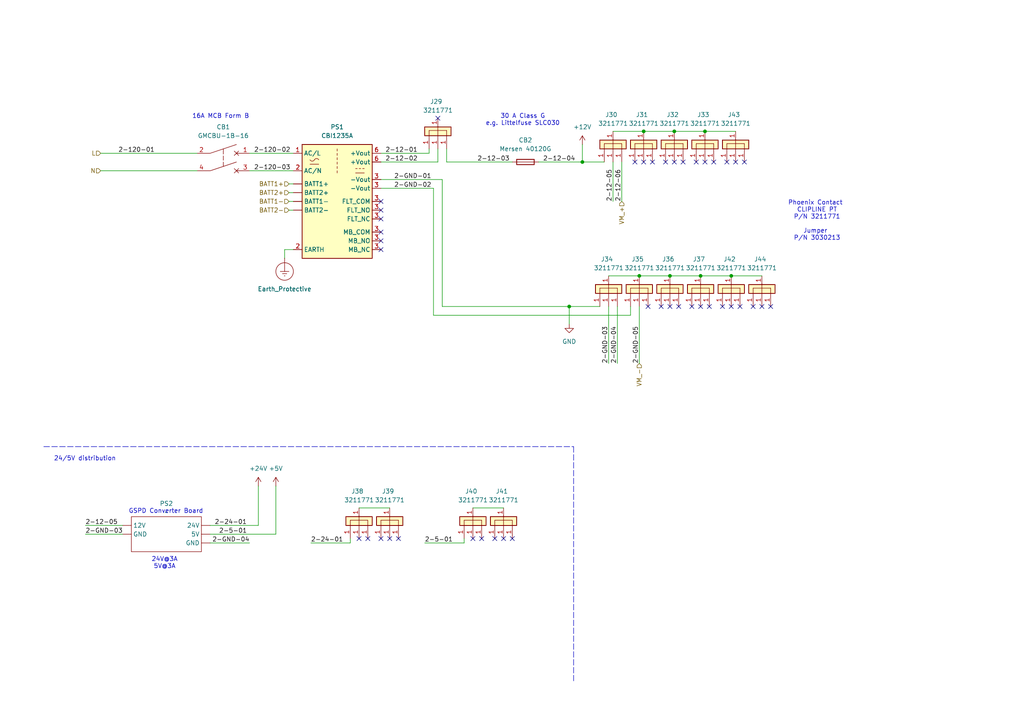
<source format=kicad_sch>
(kicad_sch (version 20231120) (generator "eeschema") (generator_version "8.0")
  (paper "A4")
  (lib_symbols
    (symbol "Device:CircuitBreaker_2P"
      (property "Reference" "CB" (at 3.81 0 0))
      (property "Value" "CircuitBreaker_2P" (at 3.81 2.54 0))
      (symbol "CircuitBreaker_2P_0_1"
        (polyline (pts (xy -3.81 0) (xy -2.286 0)))
        (polyline (pts (xy -2.54 -3.81) (xy -5.08 3.81)))
        (polyline (pts (xy -1.778 0) (xy -0.508 0)))
        (polyline (pts (xy 0 0) (xy 1.27 0)))
        (polyline (pts (xy 2.54 -5.08) (xy 2.54 -3.81)))
        (polyline (pts (xy 2.54 -3.81) (xy 0 3.81)))
      )
      (symbol "CircuitBreaker_2P_1_1"
        (polyline (pts (xy -3.175 4.445) (xy -1.905 3.175)))
        (polyline (pts (xy -2.54 -3.81) (xy -2.54 -5.08)))
        (polyline (pts (xy -2.54 5.08) (xy -2.54 3.81)))
        (polyline (pts (xy -1.905 4.445) (xy -3.175 3.175)))
        (polyline (pts (xy 1.905 4.445) (xy 3.175 3.175)))
        (polyline (pts (xy 2.54 5.08) (xy 2.54 3.81)))
        (polyline (pts (xy 3.175 4.445) (xy 1.905 3.175)))
        (pin passive line (at -2.54 7.62 270) (length 2.54) (name "~") (number "1"))
        (pin passive line (at -2.54 -7.62 90) (length 2.54) (name "~") (number "2"))
        (pin passive line (at 2.54 7.62 270) (length 2.54) (name "~") (number "3"))
        (pin passive line (at 2.54 -7.62 90) (length 2.54) (name "~") (number "4"))
      )
    )
    (symbol "Device:Fuse" (pin_numbers hide) (pin_names (offset 0))
      (property "Reference" "F" (at 2.032 0 90))
      (property "Value" "Fuse" (at -1.905 0 90))
      (symbol "Fuse_0_1"
        (rectangle (start -0.762 -2.54) (end 0.762 2.54) (stroke (width 0.254)))
        (polyline (pts (xy 0 2.54) (xy 0 -2.54)))
      )
      (symbol "Fuse_1_1"
        (pin passive line (at 0 3.81 270) (length 1.27) (name "~") (number "1"))
        (pin passive line (at 0 -3.81 90) (length 1.27) (name "~") (number "2"))
      )
    )
    (symbol "automedon:CBI12xA"
      (property "Reference" "PS1" (at 0 8.636 0))
      (property "Value" "CBI12xA" (at 0 6.096 0))
      (symbol "CBI12xA_0_1"
        (rectangle (start -10.16 5.08) (end 10.16 -27.94) (stroke (width 0.254)) (fill (type background)))
        (arc (start -7.874 0.635) (mid -7.239 0.2495) (end -6.604 0.635))
        (arc (start -5.334 0.635) (mid -5.969 1.0072) (end -6.604 0.635))
        (polyline (pts (xy -7.874 -0.635) (xy -5.334 -0.635)))
        (polyline (pts (xy 0 -2.54) (xy 0 -3.175)))
        (polyline (pts (xy 0 -1.27) (xy 0 -1.905)))
        (polyline (pts (xy 0 0) (xy 0 -0.635)))
        (polyline (pts (xy 0 1.27) (xy 0 0.635)))
        (polyline (pts (xy 0 2.54) (xy 0 1.905)))
        (polyline (pts (xy 0 3.81) (xy 0 3.175)))
        (polyline (pts (xy 5.334 -3.175) (xy 7.874 -3.175)))
        (polyline (pts (xy 5.334 -1.905) (xy 5.842 -1.905)))
        (polyline (pts (xy 6.35 -1.905) (xy 6.858 -1.905)))
        (polyline (pts (xy 7.366 -1.905) (xy 7.874 -1.905)))
      )
      (symbol "CBI12xA_1_1"
        (pin unspecified line (at -12.7 -6.35 0) (length 2.54) (name "BATT1+") (number ""))
        (pin unspecified line (at -12.7 -11.43 0) (length 2.54) (name "BATT1-") (number ""))
        (pin unspecified line (at -12.7 -8.89 0) (length 2.54) (name "BATT2+") (number ""))
        (pin unspecified line (at -12.7 -13.97 0) (length 2.54) (name "BATT2-") (number ""))
        (pin power_in line (at -12.7 2.54 0) (length 2.54) (name "AC/L") (number "1"))
        (pin power_in line (at -12.7 -2.54 0) (length 2.54) (name "AC/N") (number "2"))
        (pin unspecified line (at -12.7 -25.4 0) (length 2.54) (name "EARTH") (number "2"))
        (pin power_out line (at 12.7 -7.62 180) (length 2.54) (name "-Vout") (number "3"))
        (pin power_out line (at 12.7 -5.08 180) (length 2.54) (name "-Vout") (number "3"))
        (pin power_out line (at 12.7 -11.43 180) (length 2.54) (name "FLT_COM") (number "3"))
        (pin power_out line (at 12.7 -16.51 180) (length 2.54) (name "FLT_NC") (number "3"))
        (pin power_out line (at 12.7 -13.97 180) (length 2.54) (name "FLT_NO") (number "3"))
        (pin power_out line (at 12.7 -20.32 180) (length 2.54) (name "MB_COM") (number "3"))
        (pin power_out line (at 12.7 -25.4 180) (length 2.54) (name "MB_NC") (number "3"))
        (pin power_out line (at 12.7 -22.86 180) (length 2.54) (name "MB_NO") (number "3"))
        (pin power_out line (at 12.7 0 180) (length 2.54) (name "+Vout") (number "6"))
        (pin power_out line (at 12.7 2.54 180) (length 2.54) (name "+Vout") (number "6"))
      )
    )
    (symbol "automedon:CONN_TERM_3" (pin_names (offset 1.016) hide)
      (property "Reference" "J" (at 0 5.08 0))
      (property "Value" "CONN_TERM_3" (at -0.254 7.112 0))
      (symbol "CONN_TERM_3_0_1"
        (polyline (pts (xy -1.524 2.54) (xy -1.524 2.54)))
        (polyline (pts (xy -1.27 -2.54) (xy 0.254 -2.54)))
        (polyline (pts (xy -1.27 0) (xy 1.524 0)))
        (polyline (pts (xy -1.27 2.54) (xy 0.254 2.54)))
        (polyline (pts (xy 0.254 2.54) (xy 0.254 -2.54)))
      )
      (symbol "CONN_TERM_3_1_1"
        (rectangle (start -1.27 3.81) (end 1.27 -3.81) (stroke (width 0.254)) (fill (type background)))
        (pin input line (at 3.81 0 180) (length 2.54) (name "") (number "1"))
        (pin passive line (at -5.08 2.54 0) (length 3.81) (name "Pin_1") (number "1"))
        (pin passive line (at -5.08 0 0) (length 3.81) (name "Pin_2") (number "1"))
        (pin passive line (at -5.08 -2.54 0) (length 3.81) (name "Pin_3") (number "1"))
      )
    )
    (symbol "automedon:CONV_BOARD"
      (property "Reference" "PS" (at 0 0 0))
      (symbol "CONV_BOARD_0_1"
        (rectangle (start -10.16 -2.54) (end 10.16 -12.7))
      )
      (symbol "CONV_BOARD_1_1"
        (pin power_out line (at -12.7 -5.08 0) (length 2.54) (name "12V") (number ""))
        (pin power_out line (at 12.7 -5.08 180) (length 2.54) (name "24V") (number ""))
        (pin power_out line (at 12.7 -7.62 180) (length 2.54) (name "5V") (number ""))
        (pin power_out line (at -12.7 -7.62 0) (length 2.54) (name "GND") (number ""))
        (pin power_out line (at 12.7 -10.16 180) (length 2.54) (name "GND") (number ""))
      )
    )
    (symbol "power:+12V" (power) (pin_numbers hide) (pin_names (offset 0) hide)
      (property "Value" "+12V" (at 0 3.556 0))
      (symbol "+12V_0_1"
        (polyline (pts (xy -0.762 1.27) (xy 0 2.54)))
        (polyline (pts (xy 0 0) (xy 0 2.54)))
        (polyline (pts (xy 0 2.54) (xy 0.762 1.27)))
      )
      (symbol "+12V_1_1"
        (pin power_in line (at 0 0 90) (length 0) (name "~") (number "1"))
      )
    )
    (symbol "power:+24V" (power) (pin_numbers hide) (pin_names (offset 0) hide)
      (property "Value" "+24V" (at 0 3.556 0))
      (symbol "+24V_0_1"
        (polyline (pts (xy -0.762 1.27) (xy 0 2.54)))
        (polyline (pts (xy 0 0) (xy 0 2.54)))
        (polyline (pts (xy 0 2.54) (xy 0.762 1.27)))
      )
      (symbol "+24V_1_1"
        (pin power_in line (at 0 0 90) (length 0) (name "~") (number "1"))
      )
    )
    (symbol "power:+5V" (power) (pin_numbers hide) (pin_names (offset 0) hide)
      (property "Value" "+5V" (at 0 3.556 0))
      (symbol "+5V_0_1"
        (polyline (pts (xy -0.762 1.27) (xy 0 2.54)))
        (polyline (pts (xy 0 0) (xy 0 2.54)))
        (polyline (pts (xy 0 2.54) (xy 0.762 1.27)))
      )
      (symbol "+5V_1_1"
        (pin power_in line (at 0 0 90) (length 0) (name "~") (number "1"))
      )
    )
    (symbol "power:Earth_Protective" (power) (pin_numbers hide) (pin_names (offset 0) hide)
      (property "Value" "Earth_Protective" (at 0 -7.62 0))
      (symbol "Earth_Protective_0_1"
        (circle (center 0 -3.81) (radius 2.54))
        (polyline (pts (xy -0.635 -4.445) (xy 0.635 -4.445)))
        (polyline (pts (xy -0.127 -5.08) (xy 0.127 -5.08)))
        (polyline (pts (xy 0 -3.81) (xy 0 0)))
        (polyline (pts (xy 1.27 -3.81) (xy -1.27 -3.81)))
      )
      (symbol "Earth_Protective_1_1"
        (pin power_in line (at 0 0 270) (length 0) (name "~") (number "1"))
      )
    )
    (symbol "power:GND" (power) (pin_numbers hide) (pin_names (offset 0) hide)
      (property "Value" "GND" (at 0 -3.81 0))
      (symbol "GND_0_1"
        (polyline (pts (xy 0 0) (xy 0 -1.27) (xy 1.27 -1.27) (xy 0 -2.54) (xy -1.27 -1.27) (xy 0 -1.27)))
      )
      (symbol "GND_1_1"
        (pin power_in line (at 0 0 270) (length 0) (name "~") (number "1"))
      )
    )
  )
  (junction (at 168.91 46.99))
  (junction (at 186.69 38.1))
  (junction (at 204.47 38.1))
  (junction (at 203.2 80.01))
  (junction (at 194.31 80.01))
  (junction (at 195.58 38.1))
  (junction (at 212.09 80.01))
  (junction (at 165.1 88.9))
  (junction (at 185.42 80.01))
  (no_connect (at 115.57 156.21))
  (no_connect (at 191.77 88.9))
  (no_connect (at 186.69 46.99))
  (no_connect (at 218.44 88.9))
  (no_connect (at 110.49 58.42))
  (no_connect (at 196.85 88.9))
  (no_connect (at 113.03 156.21))
  (no_connect (at 209.55 88.9))
  (no_connect (at 189.23 46.99))
  (no_connect (at 213.36 46.99))
  (no_connect (at 198.12 46.99))
  (no_connect (at 201.93 46.99))
  (no_connect (at 110.49 67.31))
  (no_connect (at 215.9 46.99))
  (no_connect (at 106.68 156.21))
  (no_connect (at 110.49 69.85))
  (no_connect (at 148.59 156.21))
  (no_connect (at 104.14 156.21))
  (no_connect (at 200.66 88.9))
  (no_connect (at 110.49 156.21))
  (no_connect (at 193.04 46.99))
  (no_connect (at 110.49 72.39))
  (no_connect (at 194.31 88.9))
  (no_connect (at 207.01 46.99))
  (no_connect (at 203.2 88.9))
  (no_connect (at 205.74 88.9))
  (no_connect (at 204.47 46.99))
  (no_connect (at 195.58 46.99))
  (no_connect (at 184.15 46.99))
  (no_connect (at 143.51 156.21))
  (no_connect (at 223.52 88.9))
  (no_connect (at 187.96 88.9))
  (no_connect (at 220.98 88.9))
  (no_connect (at 146.05 156.21))
  (no_connect (at 110.49 60.96))
  (no_connect (at 212.09 88.9))
  (no_connect (at 137.16 156.21))
  (no_connect (at 214.63 88.9))
  (no_connect (at 127 34.29))
  (no_connect (at 139.7 156.21))
  (no_connect (at 210.82 46.99))
  (no_connect (at 110.49 63.5))
  (wire (pts (xy 83.82 53.34) (xy 85.09 53.34)))
  (wire (pts (xy 60.96 152.4) (xy 74.93 152.4)))
  (wire (pts (xy 82.55 72.39) (xy 82.55 74.93)))
  (wire (pts (xy 180.34 46.99) (xy 180.34 58.42)))
  (wire (pts (xy 195.58 38.1) (xy 204.47 38.1)))
  (wire (pts (xy 90.17 157.48) (xy 101.6 157.48)))
  (wire (pts (xy 125.73 91.44) (xy 125.73 54.61)))
  (wire (pts (xy 156.21 46.99) (xy 168.91 46.99)))
  (wire (pts (xy 110.49 44.45) (xy 124.46 44.45)))
  (wire (pts (xy 203.2 80.01) (xy 212.09 80.01)))
  (wire (pts (xy 127 46.99) (xy 127 43.18)))
  (wire (pts (xy 179.07 88.9) (xy 179.07 105.41)))
  (wire (pts (xy 212.09 80.01) (xy 220.98 80.01)))
  (wire (pts (xy 83.82 58.42) (xy 85.09 58.42)))
  (wire (pts (xy 29.21 49.53) (xy 57.15 49.53)))
  (wire (pts (xy 29.21 44.45) (xy 57.15 44.45)))
  (wire (pts (xy 185.42 88.9) (xy 185.42 105.41)))
  (wire (pts (xy 110.49 52.07) (xy 128.27 52.07)))
  (wire (pts (xy 125.73 91.44) (xy 182.88 91.44)))
  (wire (pts (xy 176.53 80.01) (xy 185.42 80.01)))
  (wire (pts (xy 129.54 43.18) (xy 129.54 46.99)))
  (wire (pts (xy 137.16 147.32) (xy 146.05 147.32)))
  (wire (pts (xy 185.42 80.01) (xy 194.31 80.01)))
  (wire (pts (xy 123.19 157.48) (xy 134.62 157.48)))
  (wire (pts (xy 134.62 156.21) (xy 134.62 157.48)))
  (wire (pts (xy 176.53 88.9) (xy 176.53 105.41)))
  (wire (pts (xy 128.27 52.07) (xy 128.27 88.9)))
  (wire (pts (xy 72.39 44.45) (xy 85.09 44.45)))
  (wire (pts (xy 168.91 46.99) (xy 168.91 41.91)))
  (wire (pts (xy 125.73 54.61) (xy 110.49 54.61)))
  (wire (pts (xy 165.1 88.9) (xy 173.99 88.9)))
  (wire (pts (xy 168.91 46.99) (xy 175.26 46.99)))
  (wire (pts (xy 110.49 46.99) (xy 127 46.99)))
  (wire (pts (xy 72.39 49.53) (xy 85.09 49.53)))
  (wire (pts (xy 124.46 44.45) (xy 124.46 43.18)))
  (wire (pts (xy 60.96 154.94) (xy 80.01 154.94)))
  (wire (pts (xy 35.56 152.4) (xy 24.765 152.4)))
  (wire (pts (xy 74.93 140.97) (xy 74.93 152.4)))
  (wire (pts (xy 83.82 55.88) (xy 85.09 55.88)))
  (wire (pts (xy 104.14 147.32) (xy 113.03 147.32)))
  (wire (pts (xy 177.8 46.99) (xy 177.8 58.42)))
  (wire (pts (xy 35.56 154.94) (xy 24.765 154.94)))
  (wire (pts (xy 83.82 60.96) (xy 85.09 60.96)))
  (polyline (pts (xy 12.7 129.54) (xy 166.37 129.54)) (stroke (width 0) (type dash)))
  (wire (pts (xy 128.27 88.9) (xy 165.1 88.9)))
  (wire (pts (xy 101.6 156.21) (xy 101.6 157.48)))
  (wire (pts (xy 182.88 91.44) (xy 182.88 88.9)))
  (wire (pts (xy 165.1 88.9) (xy 165.1 93.98)))
  (wire (pts (xy 177.8 38.1) (xy 186.69 38.1)))
  (wire (pts (xy 186.69 38.1) (xy 195.58 38.1)))
  (wire (pts (xy 80.01 154.94) (xy 80.01 140.97)))
  (wire (pts (xy 204.47 38.1) (xy 213.36 38.1)))
  (wire (pts (xy 194.31 80.01) (xy 203.2 80.01)))
  (polyline (pts (xy 166.37 129.54) (xy 166.37 197.485)) (stroke (width 0) (type dash)))
  (wire (pts (xy 129.54 46.99) (xy 148.59 46.99)))
  (wire (pts (xy 85.09 72.39) (xy 82.55 72.39)))
  (wire (pts (xy 60.96 157.48) (xy 72.39 157.48)))
  (text "24V@3A\n5V@3A" (at 47.752 163.322 0) (effects (font (size 1.27 1.27))))
  (text "16A MCB Form B" (at 64.008 33.782 0) (effects (font (size 1.27 1.27))))
  (text "GSPD Converter Board" (at 48.133 148.336 0) (effects (font (size 1.27 1.27))))
  (text "24/5V distribution" (at 24.638 133.096 0) (effects (font (size 1.27 1.27))))
  (text "Phoenix Contact \nCLIPLINE PT\nP/N 3211771\n\nJumper \nP/N 3030213" (at 236.982 64.008 0) (effects (font (size 1.27 1.27))))
  (text "30 A Class G\ne.g. Littelfuse SLC030" (at 151.638 34.798 0) (effects (font (size 1.27 1.27))))
  (label "2-GND-03" (at 24.765 154.94 0))
  (label "2-120-03" (at 73.66 49.53 0))
  (label "2-GND-04" (at 72.39 157.48 180))
  (label "2-24-01" (at 90.17 157.48 0))
  (label "2-12-05" (at 177.8 58.42 90))
  (label "2-12-04" (at 157.48 46.99 0))
  (label "2-GND-03" (at 176.53 105.41 90))
  (label "2-12-05" (at 24.765 152.4 0))
  (label "2-120-02" (at 73.66 44.45 0))
  (label "2-5-01" (at 123.19 157.48 0))
  (label "2-GND-04" (at 179.07 105.41 90))
  (label "2-5-01" (at 63.5 154.94 0))
  (label "2-24-01" (at 62.23 152.4 0))
  (label "2-GND-05" (at 185.42 105.41 90))
  (label "2-120-01" (at 34.29 44.45 0))
  (label "2-12-01" (at 111.76 44.45 0))
  (label "2-12-06" (at 180.34 58.42 90))
  (label "2-12-02" (at 111.76 46.99 0))
  (label "2-GND-01" (at 114.3 52.07 0))
  (label "2-GND-02" (at 114.3 54.61 0))
  (label "2-12-03" (at 138.43 46.99 0))
  (hierarchical_label "VM_-" (shape input) (at 185.42 105.41 270))
  (hierarchical_label "BATT1-" (shape input) (at 83.82 58.42 180))
  (hierarchical_label "VM_+" (shape input) (at 180.34 58.42 270))
  (hierarchical_label "BATT2+" (shape input) (at 83.82 55.88 180))
  (hierarchical_label "L" (shape input) (at 29.21 44.45 180))
  (hierarchical_label "N" (shape input) (at 29.21 49.53 180))
  (hierarchical_label "BATT2-" (shape input) (at 83.82 60.96 180))
  (hierarchical_label "BATT1+" (shape input) (at 83.82 53.34 180))
  (symbol (lib_id "automedon:CONN_TERM_3") (at 203.2 83.82 90) (unit 1)
    (property "Reference" "J37" (at 200.914 75.184 90) (effects (justify right)))
    (property "Value" "3211771" (at 198.882 77.724 90) (effects (justify right)))
    (property "Description" "Generic screw terminal, single row, 01x03, script generated (kicad-library-utils/schlib/autogen/connector/)" (effects (hide yes)))
  )
  (symbol (lib_id "automedon:CONN_TERM_3") (at 176.53 83.82 90) (unit 1)
    (property "Reference" "J34" (at 174.244 75.184 90) (effects (justify right)))
    (property "Value" "3211771" (at 172.212 77.724 90) (effects (justify right)))
    (property "Description" "Generic screw terminal, single row, 01x03, script generated (kicad-library-utils/schlib/autogen/connector/)" (effects (hide yes)))
  )
  (symbol (lib_id "automedon:CONN_TERM_3") (at 177.8 41.91 90) (unit 1)
    (property "Reference" "J30" (at 175.514 33.274 90) (effects (justify right)))
    (property "Value" "3211771" (at 173.482 35.814 90) (effects (justify right)))
    (property "Description" "Generic screw terminal, single row, 01x03, script generated (kicad-library-utils/schlib/autogen/connector/)" (effects (hide yes)))
  )
  (symbol (lib_id "automedon:CONN_TERM_3") (at 220.98 83.82 90) (unit 1)
    (property "Reference" "J44" (at 218.694 75.184 90) (effects (justify right)))
    (property "Value" "3211771" (at 216.662 77.724 90) (effects (justify right)))
    (property "Description" "Generic screw terminal, single row, 01x03, script generated (kicad-library-utils/schlib/autogen/connector/)" (effects (hide yes)))
  )
  (symbol (lib_id "Device:Fuse") (at 152.4 46.99 90) (unit 1)
    (property "Reference" "CB2" (at 152.4 40.64 90))
    (property "Value" "Mersen 40120G" (at 152.4 43.18 90))
    (property "Description" "Fuse" (effects (hide yes)))
  )
  (symbol (lib_id "automedon:CONN_TERM_3") (at 213.36 41.91 90) (unit 1)
    (property "Reference" "J43" (at 211.074 33.274 90) (effects (justify right)))
    (property "Value" "3211771" (at 209.042 35.814 90) (effects (justify right)))
    (property "Description" "Generic screw terminal, single row, 01x03, script generated (kicad-library-utils/schlib/autogen/connector/)" (effects (hide yes)))
  )
  (symbol (lib_id "power:+24V") (at 74.93 140.97 0) (unit 1)
    (property "Reference" "#PWR015" (effects (hide yes)))
    (property "Value" "+24V" (at 74.93 135.89 0))
    (property "Description" "Power symbol creates a global label with name \"+24V\"" (effects (hide yes)))
  )
  (symbol (lib_id "automedon:CONN_TERM_3") (at 212.09 83.82 90) (unit 1)
    (property "Reference" "J42" (at 209.804 75.184 90) (effects (justify right)))
    (property "Value" "3211771" (at 207.772 77.724 90) (effects (justify right)))
    (property "Description" "Generic screw terminal, single row, 01x03, script generated (kicad-library-utils/schlib/autogen/connector/)" (effects (hide yes)))
  )
  (symbol (lib_id "automedon:CONN_TERM_3") (at 204.47 41.91 90) (unit 1)
    (property "Reference" "J33" (at 202.184 33.274 90) (effects (justify right)))
    (property "Value" "3211771" (at 200.152 35.814 90) (effects (justify right)))
    (property "Description" "Generic screw terminal, single row, 01x03, script generated (kicad-library-utils/schlib/autogen/connector/)" (effects (hide yes)))
  )
  (symbol (lib_id "automedon:CONN_TERM_3") (at 186.69 41.91 90) (unit 1)
    (property "Reference" "J31" (at 184.404 33.274 90) (effects (justify right)))
    (property "Value" "3211771" (at 182.372 35.814 90) (effects (justify right)))
    (property "Description" "Generic screw terminal, single row, 01x03, script generated (kicad-library-utils/schlib/autogen/connector/)" (effects (hide yes)))
  )
  (symbol (lib_id "automedon:CONN_TERM_3") (at 104.14 151.13 90) (unit 1)
    (property "Reference" "J38" (at 101.854 142.494 90) (effects (justify right)))
    (property "Value" "3211771" (at 99.822 145.034 90) (effects (justify right)))
    (property "Description" "Generic screw terminal, single row, 01x03, script generated (kicad-library-utils/schlib/autogen/connector/)" (effects (hide yes)))
  )
  (symbol (lib_id "automedon:CONN_TERM_3") (at 146.05 151.13 90) (unit 1)
    (property "Reference" "J41" (at 143.764 142.494 90) (effects (justify right)))
    (property "Value" "3211771" (at 141.732 145.034 90) (effects (justify right)))
    (property "Description" "Generic screw terminal, single row, 01x03, script generated (kicad-library-utils/schlib/autogen/connector/)" (effects (hide yes)))
  )
  (symbol (lib_id "power:+5V") (at 80.01 140.97 0) (unit 1)
    (property "Reference" "#PWR016" (effects (hide yes)))
    (property "Value" "+5V" (at 80.01 135.89 0))
    (property "Description" "Power symbol creates a global label with name \"+5V\"" (effects (hide yes)))
  )
  (symbol (lib_id "power:GND") (at 165.1 93.98 0) (unit 1)
    (property "Reference" "#PWR03" (effects (hide yes)))
    (property "Value" "GND" (at 165.1 99.06 0))
    (property "Description" "Power symbol creates a global label with name \"GND\" , ground" (effects (hide yes)))
  )
  (symbol (lib_id "automedon:CONV_BOARD") (at 48.26 147.32 0) (unit 1)
    (property "Reference" "PS2" (at 48.26 146.05 0))
    (property "Value" "~" (at 48.26 148.59 0))
  )
  (symbol (lib_id "automedon:CONN_TERM_3") (at 137.16 151.13 90) (unit 1)
    (property "Reference" "J40" (at 134.874 142.494 90) (effects (justify right)))
    (property "Value" "3211771" (at 132.842 145.034 90) (effects (justify right)))
    (property "Description" "Generic screw terminal, single row, 01x03, script generated (kicad-library-utils/schlib/autogen/connector/)" (effects (hide yes)))
  )
  (symbol (lib_id "Device:CircuitBreaker_2P") (at 64.77 46.99 270) (unit 1)
    (property "Reference" "CB1" (at 64.77 36.83 90))
    (property "Value" "GMCBU-1B-16" (at 64.77 39.37 90))
    (property "Description" "Double pole circuit breaker" (effects (hide yes)))
  )
  (symbol (lib_id "automedon:CONN_TERM_3") (at 127 38.1 90) (unit 1)
    (property "Reference" "J29" (at 124.714 29.464 90) (effects (justify right)))
    (property "Value" "3211771" (at 122.682 32.004 90) (effects (justify right)))
    (property "Description" "Generic screw terminal, single row, 01x03, script generated (kicad-library-utils/schlib/autogen/connector/)" (effects (hide yes)))
  )
  (symbol (lib_id "automedon:CBI12xA") (at 97.79 46.99 0) (unit 1)
    (property "Reference" "PS1" (at 97.79 36.83 0))
    (property "Value" "CBI1235A" (at 97.79 39.37 0))
    (property "Datasheet" "https://www.automationdirect.com/adc/shopping/catalog/power_products_(electrical)/dc_power_supplies/din_rail_mount/psa-12-75" (effects (hide yes)))
    (property "Description" "Compact AC/DC board mount power module 30W 12V" (effects (hide yes)))
  )
  (symbol (lib_id "automedon:CONN_TERM_3") (at 113.03 151.13 90) (unit 1)
    (property "Reference" "J39" (at 110.744 142.494 90) (effects (justify right)))
    (property "Value" "3211771" (at 108.712 145.034 90) (effects (justify right)))
    (property "Description" "Generic screw terminal, single row, 01x03, script generated (kicad-library-utils/schlib/autogen/connector/)" (effects (hide yes)))
  )
  (symbol (lib_id "automedon:CONN_TERM_3") (at 194.31 83.82 90) (unit 1)
    (property "Reference" "J36" (at 192.024 75.184 90) (effects (justify right)))
    (property "Value" "3211771" (at 189.992 77.724 90) (effects (justify right)))
    (property "Description" "Generic screw terminal, single row, 01x03, script generated (kicad-library-utils/schlib/autogen/connector/)" (effects (hide yes)))
  )
  (symbol (lib_id "power:+12V") (at 168.91 41.91 0) (unit 1)
    (property "Reference" "#PWR02" (effects (hide yes)))
    (property "Value" "+12V" (at 168.91 36.83 0))
    (property "Description" "Power symbol creates a global label with name \"+12V\"" (effects (hide yes)))
  )
  (symbol (lib_id "automedon:CONN_TERM_3") (at 185.42 83.82 90) (unit 1)
    (property "Reference" "J35" (at 183.134 75.184 90) (effects (justify right)))
    (property "Value" "3211771" (at 181.102 77.724 90) (effects (justify right)))
    (property "Description" "Generic screw terminal, single row, 01x03, script generated (kicad-library-utils/schlib/autogen/connector/)" (effects (hide yes)))
  )
  (symbol (lib_id "automedon:CONN_TERM_3") (at 195.58 41.91 90) (unit 1)
    (property "Reference" "J32" (at 193.294 33.274 90) (effects (justify right)))
    (property "Value" "3211771" (at 191.262 35.814 90) (effects (justify right)))
    (property "Description" "Generic screw terminal, single row, 01x03, script generated (kicad-library-utils/schlib/autogen/connector/)" (effects (hide yes)))
  )
  (symbol (lib_id "power:Earth_Protective") (at 82.55 74.93 0) (unit 1)
    (property "Reference" "#PWR06" (effects (hide yes)))
    (property "Value" "Earth_Protective" (at 82.55 83.82 0))
    (property "Description" "Power symbol creates a global label with name \"Earth_Protective\"" (effects (hide yes)))
  )
)
</source>
